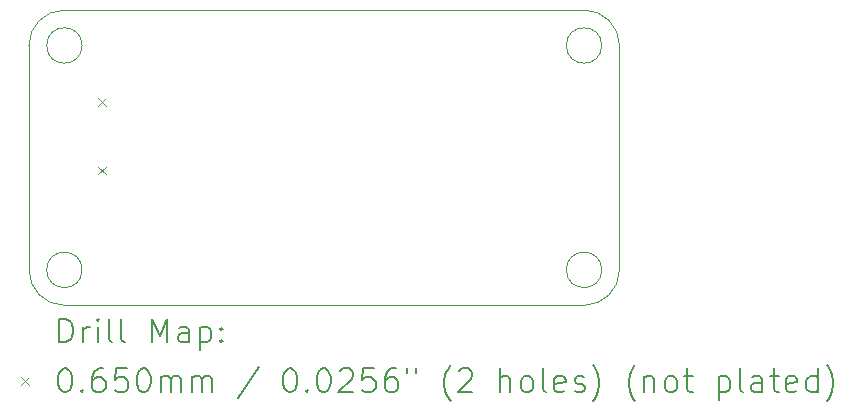
<source format=gbr>
%TF.GenerationSoftware,KiCad,Pcbnew,9.0.0*%
%TF.CreationDate,2025-02-22T22:56:27-05:00*%
%TF.ProjectId,rp24-usb-tester,72703234-2d75-4736-922d-746573746572,v0.3.1*%
%TF.SameCoordinates,Original*%
%TF.FileFunction,Drillmap*%
%TF.FilePolarity,Positive*%
%FSLAX45Y45*%
G04 Gerber Fmt 4.5, Leading zero omitted, Abs format (unit mm)*
G04 Created by KiCad (PCBNEW 9.0.0) date 2025-02-22 22:56:27*
%MOMM*%
%LPD*%
G01*
G04 APERTURE LIST*
%ADD10C,0.050000*%
%ADD11C,0.200000*%
%ADD12C,0.100000*%
G04 APERTURE END LIST*
D10*
X4700000Y0D02*
G75*
G02*
X5000000Y-300000I0J-300000D01*
G01*
X5000000Y-300000D02*
X5000000Y-2200000D01*
X300000Y-2500000D02*
X4700000Y-2500000D01*
X300000Y-2500000D02*
G75*
G02*
X0Y-2200000I0J300000D01*
G01*
X4850000Y-2200000D02*
G75*
G02*
X4550000Y-2200000I-150000J0D01*
G01*
X4550000Y-2200000D02*
G75*
G02*
X4850000Y-2200000I150000J0D01*
G01*
X4850000Y-300000D02*
G75*
G02*
X4550000Y-300000I-150000J0D01*
G01*
X4550000Y-300000D02*
G75*
G02*
X4850000Y-300000I150000J0D01*
G01*
X0Y-300000D02*
X0Y-2200000D01*
X0Y-300000D02*
G75*
G02*
X300000Y0I300000J0D01*
G01*
X5000000Y-2200000D02*
G75*
G02*
X4700000Y-2500000I-300000J0D01*
G01*
X450000Y-300000D02*
G75*
G02*
X150000Y-300000I-150000J0D01*
G01*
X150000Y-300000D02*
G75*
G02*
X450000Y-300000I150000J0D01*
G01*
X4700000Y0D02*
X300000Y0D01*
X450000Y-2200000D02*
G75*
G02*
X150000Y-2200000I-150000J0D01*
G01*
X150000Y-2200000D02*
G75*
G02*
X450000Y-2200000I150000J0D01*
G01*
D11*
D12*
X587500Y-748500D02*
X652500Y-813500D01*
X652500Y-748500D02*
X587500Y-813500D01*
X587500Y-1326500D02*
X652500Y-1391500D01*
X652500Y-1326500D02*
X587500Y-1391500D01*
D11*
X258277Y-2813984D02*
X258277Y-2613984D01*
X258277Y-2613984D02*
X305896Y-2613984D01*
X305896Y-2613984D02*
X334467Y-2623508D01*
X334467Y-2623508D02*
X353515Y-2642555D01*
X353515Y-2642555D02*
X363039Y-2661603D01*
X363039Y-2661603D02*
X372562Y-2699698D01*
X372562Y-2699698D02*
X372562Y-2728270D01*
X372562Y-2728270D02*
X363039Y-2766365D01*
X363039Y-2766365D02*
X353515Y-2785412D01*
X353515Y-2785412D02*
X334467Y-2804460D01*
X334467Y-2804460D02*
X305896Y-2813984D01*
X305896Y-2813984D02*
X258277Y-2813984D01*
X458277Y-2813984D02*
X458277Y-2680650D01*
X458277Y-2718746D02*
X467801Y-2699698D01*
X467801Y-2699698D02*
X477324Y-2690174D01*
X477324Y-2690174D02*
X496372Y-2680650D01*
X496372Y-2680650D02*
X515420Y-2680650D01*
X582086Y-2813984D02*
X582086Y-2680650D01*
X582086Y-2613984D02*
X572563Y-2623508D01*
X572563Y-2623508D02*
X582086Y-2633031D01*
X582086Y-2633031D02*
X591610Y-2623508D01*
X591610Y-2623508D02*
X582086Y-2613984D01*
X582086Y-2613984D02*
X582086Y-2633031D01*
X705896Y-2813984D02*
X686848Y-2804460D01*
X686848Y-2804460D02*
X677324Y-2785412D01*
X677324Y-2785412D02*
X677324Y-2613984D01*
X810658Y-2813984D02*
X791610Y-2804460D01*
X791610Y-2804460D02*
X782086Y-2785412D01*
X782086Y-2785412D02*
X782086Y-2613984D01*
X1039229Y-2813984D02*
X1039229Y-2613984D01*
X1039229Y-2613984D02*
X1105896Y-2756841D01*
X1105896Y-2756841D02*
X1172563Y-2613984D01*
X1172563Y-2613984D02*
X1172563Y-2813984D01*
X1353515Y-2813984D02*
X1353515Y-2709222D01*
X1353515Y-2709222D02*
X1343991Y-2690174D01*
X1343991Y-2690174D02*
X1324944Y-2680650D01*
X1324944Y-2680650D02*
X1286848Y-2680650D01*
X1286848Y-2680650D02*
X1267801Y-2690174D01*
X1353515Y-2804460D02*
X1334467Y-2813984D01*
X1334467Y-2813984D02*
X1286848Y-2813984D01*
X1286848Y-2813984D02*
X1267801Y-2804460D01*
X1267801Y-2804460D02*
X1258277Y-2785412D01*
X1258277Y-2785412D02*
X1258277Y-2766365D01*
X1258277Y-2766365D02*
X1267801Y-2747317D01*
X1267801Y-2747317D02*
X1286848Y-2737793D01*
X1286848Y-2737793D02*
X1334467Y-2737793D01*
X1334467Y-2737793D02*
X1353515Y-2728270D01*
X1448753Y-2680650D02*
X1448753Y-2880650D01*
X1448753Y-2690174D02*
X1467801Y-2680650D01*
X1467801Y-2680650D02*
X1505896Y-2680650D01*
X1505896Y-2680650D02*
X1524943Y-2690174D01*
X1524943Y-2690174D02*
X1534467Y-2699698D01*
X1534467Y-2699698D02*
X1543991Y-2718746D01*
X1543991Y-2718746D02*
X1543991Y-2775889D01*
X1543991Y-2775889D02*
X1534467Y-2794936D01*
X1534467Y-2794936D02*
X1524943Y-2804460D01*
X1524943Y-2804460D02*
X1505896Y-2813984D01*
X1505896Y-2813984D02*
X1467801Y-2813984D01*
X1467801Y-2813984D02*
X1448753Y-2804460D01*
X1629705Y-2794936D02*
X1639229Y-2804460D01*
X1639229Y-2804460D02*
X1629705Y-2813984D01*
X1629705Y-2813984D02*
X1620182Y-2804460D01*
X1620182Y-2804460D02*
X1629705Y-2794936D01*
X1629705Y-2794936D02*
X1629705Y-2813984D01*
X1629705Y-2690174D02*
X1639229Y-2699698D01*
X1639229Y-2699698D02*
X1629705Y-2709222D01*
X1629705Y-2709222D02*
X1620182Y-2699698D01*
X1620182Y-2699698D02*
X1629705Y-2690174D01*
X1629705Y-2690174D02*
X1629705Y-2709222D01*
D12*
X-67500Y-3110000D02*
X-2500Y-3175000D01*
X-2500Y-3110000D02*
X-67500Y-3175000D01*
D11*
X296372Y-3033984D02*
X315420Y-3033984D01*
X315420Y-3033984D02*
X334467Y-3043508D01*
X334467Y-3043508D02*
X343991Y-3053031D01*
X343991Y-3053031D02*
X353515Y-3072079D01*
X353515Y-3072079D02*
X363039Y-3110174D01*
X363039Y-3110174D02*
X363039Y-3157793D01*
X363039Y-3157793D02*
X353515Y-3195888D01*
X353515Y-3195888D02*
X343991Y-3214936D01*
X343991Y-3214936D02*
X334467Y-3224460D01*
X334467Y-3224460D02*
X315420Y-3233984D01*
X315420Y-3233984D02*
X296372Y-3233984D01*
X296372Y-3233984D02*
X277324Y-3224460D01*
X277324Y-3224460D02*
X267801Y-3214936D01*
X267801Y-3214936D02*
X258277Y-3195888D01*
X258277Y-3195888D02*
X248753Y-3157793D01*
X248753Y-3157793D02*
X248753Y-3110174D01*
X248753Y-3110174D02*
X258277Y-3072079D01*
X258277Y-3072079D02*
X267801Y-3053031D01*
X267801Y-3053031D02*
X277324Y-3043508D01*
X277324Y-3043508D02*
X296372Y-3033984D01*
X448753Y-3214936D02*
X458277Y-3224460D01*
X458277Y-3224460D02*
X448753Y-3233984D01*
X448753Y-3233984D02*
X439229Y-3224460D01*
X439229Y-3224460D02*
X448753Y-3214936D01*
X448753Y-3214936D02*
X448753Y-3233984D01*
X629705Y-3033984D02*
X591610Y-3033984D01*
X591610Y-3033984D02*
X572563Y-3043508D01*
X572563Y-3043508D02*
X563039Y-3053031D01*
X563039Y-3053031D02*
X543991Y-3081603D01*
X543991Y-3081603D02*
X534467Y-3119698D01*
X534467Y-3119698D02*
X534467Y-3195888D01*
X534467Y-3195888D02*
X543991Y-3214936D01*
X543991Y-3214936D02*
X553515Y-3224460D01*
X553515Y-3224460D02*
X572563Y-3233984D01*
X572563Y-3233984D02*
X610658Y-3233984D01*
X610658Y-3233984D02*
X629705Y-3224460D01*
X629705Y-3224460D02*
X639229Y-3214936D01*
X639229Y-3214936D02*
X648753Y-3195888D01*
X648753Y-3195888D02*
X648753Y-3148269D01*
X648753Y-3148269D02*
X639229Y-3129222D01*
X639229Y-3129222D02*
X629705Y-3119698D01*
X629705Y-3119698D02*
X610658Y-3110174D01*
X610658Y-3110174D02*
X572563Y-3110174D01*
X572563Y-3110174D02*
X553515Y-3119698D01*
X553515Y-3119698D02*
X543991Y-3129222D01*
X543991Y-3129222D02*
X534467Y-3148269D01*
X829705Y-3033984D02*
X734467Y-3033984D01*
X734467Y-3033984D02*
X724943Y-3129222D01*
X724943Y-3129222D02*
X734467Y-3119698D01*
X734467Y-3119698D02*
X753515Y-3110174D01*
X753515Y-3110174D02*
X801134Y-3110174D01*
X801134Y-3110174D02*
X820182Y-3119698D01*
X820182Y-3119698D02*
X829705Y-3129222D01*
X829705Y-3129222D02*
X839229Y-3148269D01*
X839229Y-3148269D02*
X839229Y-3195888D01*
X839229Y-3195888D02*
X829705Y-3214936D01*
X829705Y-3214936D02*
X820182Y-3224460D01*
X820182Y-3224460D02*
X801134Y-3233984D01*
X801134Y-3233984D02*
X753515Y-3233984D01*
X753515Y-3233984D02*
X734467Y-3224460D01*
X734467Y-3224460D02*
X724943Y-3214936D01*
X963039Y-3033984D02*
X982086Y-3033984D01*
X982086Y-3033984D02*
X1001134Y-3043508D01*
X1001134Y-3043508D02*
X1010658Y-3053031D01*
X1010658Y-3053031D02*
X1020182Y-3072079D01*
X1020182Y-3072079D02*
X1029705Y-3110174D01*
X1029705Y-3110174D02*
X1029705Y-3157793D01*
X1029705Y-3157793D02*
X1020182Y-3195888D01*
X1020182Y-3195888D02*
X1010658Y-3214936D01*
X1010658Y-3214936D02*
X1001134Y-3224460D01*
X1001134Y-3224460D02*
X982086Y-3233984D01*
X982086Y-3233984D02*
X963039Y-3233984D01*
X963039Y-3233984D02*
X943991Y-3224460D01*
X943991Y-3224460D02*
X934467Y-3214936D01*
X934467Y-3214936D02*
X924943Y-3195888D01*
X924943Y-3195888D02*
X915420Y-3157793D01*
X915420Y-3157793D02*
X915420Y-3110174D01*
X915420Y-3110174D02*
X924943Y-3072079D01*
X924943Y-3072079D02*
X934467Y-3053031D01*
X934467Y-3053031D02*
X943991Y-3043508D01*
X943991Y-3043508D02*
X963039Y-3033984D01*
X1115420Y-3233984D02*
X1115420Y-3100650D01*
X1115420Y-3119698D02*
X1124944Y-3110174D01*
X1124944Y-3110174D02*
X1143991Y-3100650D01*
X1143991Y-3100650D02*
X1172563Y-3100650D01*
X1172563Y-3100650D02*
X1191610Y-3110174D01*
X1191610Y-3110174D02*
X1201134Y-3129222D01*
X1201134Y-3129222D02*
X1201134Y-3233984D01*
X1201134Y-3129222D02*
X1210658Y-3110174D01*
X1210658Y-3110174D02*
X1229705Y-3100650D01*
X1229705Y-3100650D02*
X1258277Y-3100650D01*
X1258277Y-3100650D02*
X1277325Y-3110174D01*
X1277325Y-3110174D02*
X1286848Y-3129222D01*
X1286848Y-3129222D02*
X1286848Y-3233984D01*
X1382086Y-3233984D02*
X1382086Y-3100650D01*
X1382086Y-3119698D02*
X1391610Y-3110174D01*
X1391610Y-3110174D02*
X1410658Y-3100650D01*
X1410658Y-3100650D02*
X1439229Y-3100650D01*
X1439229Y-3100650D02*
X1458277Y-3110174D01*
X1458277Y-3110174D02*
X1467801Y-3129222D01*
X1467801Y-3129222D02*
X1467801Y-3233984D01*
X1467801Y-3129222D02*
X1477324Y-3110174D01*
X1477324Y-3110174D02*
X1496372Y-3100650D01*
X1496372Y-3100650D02*
X1524943Y-3100650D01*
X1524943Y-3100650D02*
X1543991Y-3110174D01*
X1543991Y-3110174D02*
X1553515Y-3129222D01*
X1553515Y-3129222D02*
X1553515Y-3233984D01*
X1943991Y-3024460D02*
X1772563Y-3281603D01*
X2201134Y-3033984D02*
X2220182Y-3033984D01*
X2220182Y-3033984D02*
X2239229Y-3043508D01*
X2239229Y-3043508D02*
X2248753Y-3053031D01*
X2248753Y-3053031D02*
X2258277Y-3072079D01*
X2258277Y-3072079D02*
X2267801Y-3110174D01*
X2267801Y-3110174D02*
X2267801Y-3157793D01*
X2267801Y-3157793D02*
X2258277Y-3195888D01*
X2258277Y-3195888D02*
X2248753Y-3214936D01*
X2248753Y-3214936D02*
X2239229Y-3224460D01*
X2239229Y-3224460D02*
X2220182Y-3233984D01*
X2220182Y-3233984D02*
X2201134Y-3233984D01*
X2201134Y-3233984D02*
X2182087Y-3224460D01*
X2182087Y-3224460D02*
X2172563Y-3214936D01*
X2172563Y-3214936D02*
X2163039Y-3195888D01*
X2163039Y-3195888D02*
X2153515Y-3157793D01*
X2153515Y-3157793D02*
X2153515Y-3110174D01*
X2153515Y-3110174D02*
X2163039Y-3072079D01*
X2163039Y-3072079D02*
X2172563Y-3053031D01*
X2172563Y-3053031D02*
X2182087Y-3043508D01*
X2182087Y-3043508D02*
X2201134Y-3033984D01*
X2353515Y-3214936D02*
X2363039Y-3224460D01*
X2363039Y-3224460D02*
X2353515Y-3233984D01*
X2353515Y-3233984D02*
X2343991Y-3224460D01*
X2343991Y-3224460D02*
X2353515Y-3214936D01*
X2353515Y-3214936D02*
X2353515Y-3233984D01*
X2486848Y-3033984D02*
X2505896Y-3033984D01*
X2505896Y-3033984D02*
X2524944Y-3043508D01*
X2524944Y-3043508D02*
X2534468Y-3053031D01*
X2534468Y-3053031D02*
X2543991Y-3072079D01*
X2543991Y-3072079D02*
X2553515Y-3110174D01*
X2553515Y-3110174D02*
X2553515Y-3157793D01*
X2553515Y-3157793D02*
X2543991Y-3195888D01*
X2543991Y-3195888D02*
X2534468Y-3214936D01*
X2534468Y-3214936D02*
X2524944Y-3224460D01*
X2524944Y-3224460D02*
X2505896Y-3233984D01*
X2505896Y-3233984D02*
X2486848Y-3233984D01*
X2486848Y-3233984D02*
X2467801Y-3224460D01*
X2467801Y-3224460D02*
X2458277Y-3214936D01*
X2458277Y-3214936D02*
X2448753Y-3195888D01*
X2448753Y-3195888D02*
X2439229Y-3157793D01*
X2439229Y-3157793D02*
X2439229Y-3110174D01*
X2439229Y-3110174D02*
X2448753Y-3072079D01*
X2448753Y-3072079D02*
X2458277Y-3053031D01*
X2458277Y-3053031D02*
X2467801Y-3043508D01*
X2467801Y-3043508D02*
X2486848Y-3033984D01*
X2629706Y-3053031D02*
X2639229Y-3043508D01*
X2639229Y-3043508D02*
X2658277Y-3033984D01*
X2658277Y-3033984D02*
X2705896Y-3033984D01*
X2705896Y-3033984D02*
X2724944Y-3043508D01*
X2724944Y-3043508D02*
X2734468Y-3053031D01*
X2734468Y-3053031D02*
X2743991Y-3072079D01*
X2743991Y-3072079D02*
X2743991Y-3091127D01*
X2743991Y-3091127D02*
X2734468Y-3119698D01*
X2734468Y-3119698D02*
X2620182Y-3233984D01*
X2620182Y-3233984D02*
X2743991Y-3233984D01*
X2924944Y-3033984D02*
X2829706Y-3033984D01*
X2829706Y-3033984D02*
X2820182Y-3129222D01*
X2820182Y-3129222D02*
X2829706Y-3119698D01*
X2829706Y-3119698D02*
X2848753Y-3110174D01*
X2848753Y-3110174D02*
X2896372Y-3110174D01*
X2896372Y-3110174D02*
X2915420Y-3119698D01*
X2915420Y-3119698D02*
X2924944Y-3129222D01*
X2924944Y-3129222D02*
X2934467Y-3148269D01*
X2934467Y-3148269D02*
X2934467Y-3195888D01*
X2934467Y-3195888D02*
X2924944Y-3214936D01*
X2924944Y-3214936D02*
X2915420Y-3224460D01*
X2915420Y-3224460D02*
X2896372Y-3233984D01*
X2896372Y-3233984D02*
X2848753Y-3233984D01*
X2848753Y-3233984D02*
X2829706Y-3224460D01*
X2829706Y-3224460D02*
X2820182Y-3214936D01*
X3105896Y-3033984D02*
X3067801Y-3033984D01*
X3067801Y-3033984D02*
X3048753Y-3043508D01*
X3048753Y-3043508D02*
X3039229Y-3053031D01*
X3039229Y-3053031D02*
X3020182Y-3081603D01*
X3020182Y-3081603D02*
X3010658Y-3119698D01*
X3010658Y-3119698D02*
X3010658Y-3195888D01*
X3010658Y-3195888D02*
X3020182Y-3214936D01*
X3020182Y-3214936D02*
X3029706Y-3224460D01*
X3029706Y-3224460D02*
X3048753Y-3233984D01*
X3048753Y-3233984D02*
X3086848Y-3233984D01*
X3086848Y-3233984D02*
X3105896Y-3224460D01*
X3105896Y-3224460D02*
X3115420Y-3214936D01*
X3115420Y-3214936D02*
X3124944Y-3195888D01*
X3124944Y-3195888D02*
X3124944Y-3148269D01*
X3124944Y-3148269D02*
X3115420Y-3129222D01*
X3115420Y-3129222D02*
X3105896Y-3119698D01*
X3105896Y-3119698D02*
X3086848Y-3110174D01*
X3086848Y-3110174D02*
X3048753Y-3110174D01*
X3048753Y-3110174D02*
X3029706Y-3119698D01*
X3029706Y-3119698D02*
X3020182Y-3129222D01*
X3020182Y-3129222D02*
X3010658Y-3148269D01*
X3201134Y-3033984D02*
X3201134Y-3072079D01*
X3277325Y-3033984D02*
X3277325Y-3072079D01*
X3572563Y-3310174D02*
X3563039Y-3300650D01*
X3563039Y-3300650D02*
X3543991Y-3272079D01*
X3543991Y-3272079D02*
X3534468Y-3253031D01*
X3534468Y-3253031D02*
X3524944Y-3224460D01*
X3524944Y-3224460D02*
X3515420Y-3176841D01*
X3515420Y-3176841D02*
X3515420Y-3138746D01*
X3515420Y-3138746D02*
X3524944Y-3091127D01*
X3524944Y-3091127D02*
X3534468Y-3062555D01*
X3534468Y-3062555D02*
X3543991Y-3043508D01*
X3543991Y-3043508D02*
X3563039Y-3014936D01*
X3563039Y-3014936D02*
X3572563Y-3005412D01*
X3639229Y-3053031D02*
X3648753Y-3043508D01*
X3648753Y-3043508D02*
X3667801Y-3033984D01*
X3667801Y-3033984D02*
X3715420Y-3033984D01*
X3715420Y-3033984D02*
X3734468Y-3043508D01*
X3734468Y-3043508D02*
X3743991Y-3053031D01*
X3743991Y-3053031D02*
X3753515Y-3072079D01*
X3753515Y-3072079D02*
X3753515Y-3091127D01*
X3753515Y-3091127D02*
X3743991Y-3119698D01*
X3743991Y-3119698D02*
X3629706Y-3233984D01*
X3629706Y-3233984D02*
X3753515Y-3233984D01*
X3991610Y-3233984D02*
X3991610Y-3033984D01*
X4077325Y-3233984D02*
X4077325Y-3129222D01*
X4077325Y-3129222D02*
X4067801Y-3110174D01*
X4067801Y-3110174D02*
X4048753Y-3100650D01*
X4048753Y-3100650D02*
X4020182Y-3100650D01*
X4020182Y-3100650D02*
X4001134Y-3110174D01*
X4001134Y-3110174D02*
X3991610Y-3119698D01*
X4201134Y-3233984D02*
X4182087Y-3224460D01*
X4182087Y-3224460D02*
X4172563Y-3214936D01*
X4172563Y-3214936D02*
X4163039Y-3195888D01*
X4163039Y-3195888D02*
X4163039Y-3138746D01*
X4163039Y-3138746D02*
X4172563Y-3119698D01*
X4172563Y-3119698D02*
X4182087Y-3110174D01*
X4182087Y-3110174D02*
X4201134Y-3100650D01*
X4201134Y-3100650D02*
X4229706Y-3100650D01*
X4229706Y-3100650D02*
X4248753Y-3110174D01*
X4248753Y-3110174D02*
X4258277Y-3119698D01*
X4258277Y-3119698D02*
X4267801Y-3138746D01*
X4267801Y-3138746D02*
X4267801Y-3195888D01*
X4267801Y-3195888D02*
X4258277Y-3214936D01*
X4258277Y-3214936D02*
X4248753Y-3224460D01*
X4248753Y-3224460D02*
X4229706Y-3233984D01*
X4229706Y-3233984D02*
X4201134Y-3233984D01*
X4382087Y-3233984D02*
X4363039Y-3224460D01*
X4363039Y-3224460D02*
X4353515Y-3205412D01*
X4353515Y-3205412D02*
X4353515Y-3033984D01*
X4534468Y-3224460D02*
X4515420Y-3233984D01*
X4515420Y-3233984D02*
X4477325Y-3233984D01*
X4477325Y-3233984D02*
X4458277Y-3224460D01*
X4458277Y-3224460D02*
X4448753Y-3205412D01*
X4448753Y-3205412D02*
X4448753Y-3129222D01*
X4448753Y-3129222D02*
X4458277Y-3110174D01*
X4458277Y-3110174D02*
X4477325Y-3100650D01*
X4477325Y-3100650D02*
X4515420Y-3100650D01*
X4515420Y-3100650D02*
X4534468Y-3110174D01*
X4534468Y-3110174D02*
X4543992Y-3129222D01*
X4543992Y-3129222D02*
X4543992Y-3148269D01*
X4543992Y-3148269D02*
X4448753Y-3167317D01*
X4620182Y-3224460D02*
X4639230Y-3233984D01*
X4639230Y-3233984D02*
X4677325Y-3233984D01*
X4677325Y-3233984D02*
X4696373Y-3224460D01*
X4696373Y-3224460D02*
X4705896Y-3205412D01*
X4705896Y-3205412D02*
X4705896Y-3195888D01*
X4705896Y-3195888D02*
X4696373Y-3176841D01*
X4696373Y-3176841D02*
X4677325Y-3167317D01*
X4677325Y-3167317D02*
X4648753Y-3167317D01*
X4648753Y-3167317D02*
X4629706Y-3157793D01*
X4629706Y-3157793D02*
X4620182Y-3138746D01*
X4620182Y-3138746D02*
X4620182Y-3129222D01*
X4620182Y-3129222D02*
X4629706Y-3110174D01*
X4629706Y-3110174D02*
X4648753Y-3100650D01*
X4648753Y-3100650D02*
X4677325Y-3100650D01*
X4677325Y-3100650D02*
X4696373Y-3110174D01*
X4772563Y-3310174D02*
X4782087Y-3300650D01*
X4782087Y-3300650D02*
X4801134Y-3272079D01*
X4801134Y-3272079D02*
X4810658Y-3253031D01*
X4810658Y-3253031D02*
X4820182Y-3224460D01*
X4820182Y-3224460D02*
X4829706Y-3176841D01*
X4829706Y-3176841D02*
X4829706Y-3138746D01*
X4829706Y-3138746D02*
X4820182Y-3091127D01*
X4820182Y-3091127D02*
X4810658Y-3062555D01*
X4810658Y-3062555D02*
X4801134Y-3043508D01*
X4801134Y-3043508D02*
X4782087Y-3014936D01*
X4782087Y-3014936D02*
X4772563Y-3005412D01*
X5134468Y-3310174D02*
X5124944Y-3300650D01*
X5124944Y-3300650D02*
X5105896Y-3272079D01*
X5105896Y-3272079D02*
X5096373Y-3253031D01*
X5096373Y-3253031D02*
X5086849Y-3224460D01*
X5086849Y-3224460D02*
X5077325Y-3176841D01*
X5077325Y-3176841D02*
X5077325Y-3138746D01*
X5077325Y-3138746D02*
X5086849Y-3091127D01*
X5086849Y-3091127D02*
X5096373Y-3062555D01*
X5096373Y-3062555D02*
X5105896Y-3043508D01*
X5105896Y-3043508D02*
X5124944Y-3014936D01*
X5124944Y-3014936D02*
X5134468Y-3005412D01*
X5210658Y-3100650D02*
X5210658Y-3233984D01*
X5210658Y-3119698D02*
X5220182Y-3110174D01*
X5220182Y-3110174D02*
X5239230Y-3100650D01*
X5239230Y-3100650D02*
X5267801Y-3100650D01*
X5267801Y-3100650D02*
X5286849Y-3110174D01*
X5286849Y-3110174D02*
X5296373Y-3129222D01*
X5296373Y-3129222D02*
X5296373Y-3233984D01*
X5420182Y-3233984D02*
X5401134Y-3224460D01*
X5401134Y-3224460D02*
X5391611Y-3214936D01*
X5391611Y-3214936D02*
X5382087Y-3195888D01*
X5382087Y-3195888D02*
X5382087Y-3138746D01*
X5382087Y-3138746D02*
X5391611Y-3119698D01*
X5391611Y-3119698D02*
X5401134Y-3110174D01*
X5401134Y-3110174D02*
X5420182Y-3100650D01*
X5420182Y-3100650D02*
X5448754Y-3100650D01*
X5448754Y-3100650D02*
X5467801Y-3110174D01*
X5467801Y-3110174D02*
X5477325Y-3119698D01*
X5477325Y-3119698D02*
X5486849Y-3138746D01*
X5486849Y-3138746D02*
X5486849Y-3195888D01*
X5486849Y-3195888D02*
X5477325Y-3214936D01*
X5477325Y-3214936D02*
X5467801Y-3224460D01*
X5467801Y-3224460D02*
X5448754Y-3233984D01*
X5448754Y-3233984D02*
X5420182Y-3233984D01*
X5543992Y-3100650D02*
X5620182Y-3100650D01*
X5572563Y-3033984D02*
X5572563Y-3205412D01*
X5572563Y-3205412D02*
X5582087Y-3224460D01*
X5582087Y-3224460D02*
X5601134Y-3233984D01*
X5601134Y-3233984D02*
X5620182Y-3233984D01*
X5839230Y-3100650D02*
X5839230Y-3300650D01*
X5839230Y-3110174D02*
X5858277Y-3100650D01*
X5858277Y-3100650D02*
X5896373Y-3100650D01*
X5896373Y-3100650D02*
X5915420Y-3110174D01*
X5915420Y-3110174D02*
X5924944Y-3119698D01*
X5924944Y-3119698D02*
X5934468Y-3138746D01*
X5934468Y-3138746D02*
X5934468Y-3195888D01*
X5934468Y-3195888D02*
X5924944Y-3214936D01*
X5924944Y-3214936D02*
X5915420Y-3224460D01*
X5915420Y-3224460D02*
X5896373Y-3233984D01*
X5896373Y-3233984D02*
X5858277Y-3233984D01*
X5858277Y-3233984D02*
X5839230Y-3224460D01*
X6048753Y-3233984D02*
X6029706Y-3224460D01*
X6029706Y-3224460D02*
X6020182Y-3205412D01*
X6020182Y-3205412D02*
X6020182Y-3033984D01*
X6210658Y-3233984D02*
X6210658Y-3129222D01*
X6210658Y-3129222D02*
X6201134Y-3110174D01*
X6201134Y-3110174D02*
X6182087Y-3100650D01*
X6182087Y-3100650D02*
X6143992Y-3100650D01*
X6143992Y-3100650D02*
X6124944Y-3110174D01*
X6210658Y-3224460D02*
X6191611Y-3233984D01*
X6191611Y-3233984D02*
X6143992Y-3233984D01*
X6143992Y-3233984D02*
X6124944Y-3224460D01*
X6124944Y-3224460D02*
X6115420Y-3205412D01*
X6115420Y-3205412D02*
X6115420Y-3186365D01*
X6115420Y-3186365D02*
X6124944Y-3167317D01*
X6124944Y-3167317D02*
X6143992Y-3157793D01*
X6143992Y-3157793D02*
X6191611Y-3157793D01*
X6191611Y-3157793D02*
X6210658Y-3148269D01*
X6277325Y-3100650D02*
X6353515Y-3100650D01*
X6305896Y-3033984D02*
X6305896Y-3205412D01*
X6305896Y-3205412D02*
X6315420Y-3224460D01*
X6315420Y-3224460D02*
X6334468Y-3233984D01*
X6334468Y-3233984D02*
X6353515Y-3233984D01*
X6496373Y-3224460D02*
X6477325Y-3233984D01*
X6477325Y-3233984D02*
X6439230Y-3233984D01*
X6439230Y-3233984D02*
X6420182Y-3224460D01*
X6420182Y-3224460D02*
X6410658Y-3205412D01*
X6410658Y-3205412D02*
X6410658Y-3129222D01*
X6410658Y-3129222D02*
X6420182Y-3110174D01*
X6420182Y-3110174D02*
X6439230Y-3100650D01*
X6439230Y-3100650D02*
X6477325Y-3100650D01*
X6477325Y-3100650D02*
X6496373Y-3110174D01*
X6496373Y-3110174D02*
X6505896Y-3129222D01*
X6505896Y-3129222D02*
X6505896Y-3148269D01*
X6505896Y-3148269D02*
X6410658Y-3167317D01*
X6677325Y-3233984D02*
X6677325Y-3033984D01*
X6677325Y-3224460D02*
X6658277Y-3233984D01*
X6658277Y-3233984D02*
X6620182Y-3233984D01*
X6620182Y-3233984D02*
X6601134Y-3224460D01*
X6601134Y-3224460D02*
X6591611Y-3214936D01*
X6591611Y-3214936D02*
X6582087Y-3195888D01*
X6582087Y-3195888D02*
X6582087Y-3138746D01*
X6582087Y-3138746D02*
X6591611Y-3119698D01*
X6591611Y-3119698D02*
X6601134Y-3110174D01*
X6601134Y-3110174D02*
X6620182Y-3100650D01*
X6620182Y-3100650D02*
X6658277Y-3100650D01*
X6658277Y-3100650D02*
X6677325Y-3110174D01*
X6753515Y-3310174D02*
X6763039Y-3300650D01*
X6763039Y-3300650D02*
X6782087Y-3272079D01*
X6782087Y-3272079D02*
X6791611Y-3253031D01*
X6791611Y-3253031D02*
X6801134Y-3224460D01*
X6801134Y-3224460D02*
X6810658Y-3176841D01*
X6810658Y-3176841D02*
X6810658Y-3138746D01*
X6810658Y-3138746D02*
X6801134Y-3091127D01*
X6801134Y-3091127D02*
X6791611Y-3062555D01*
X6791611Y-3062555D02*
X6782087Y-3043508D01*
X6782087Y-3043508D02*
X6763039Y-3014936D01*
X6763039Y-3014936D02*
X6753515Y-3005412D01*
M02*

</source>
